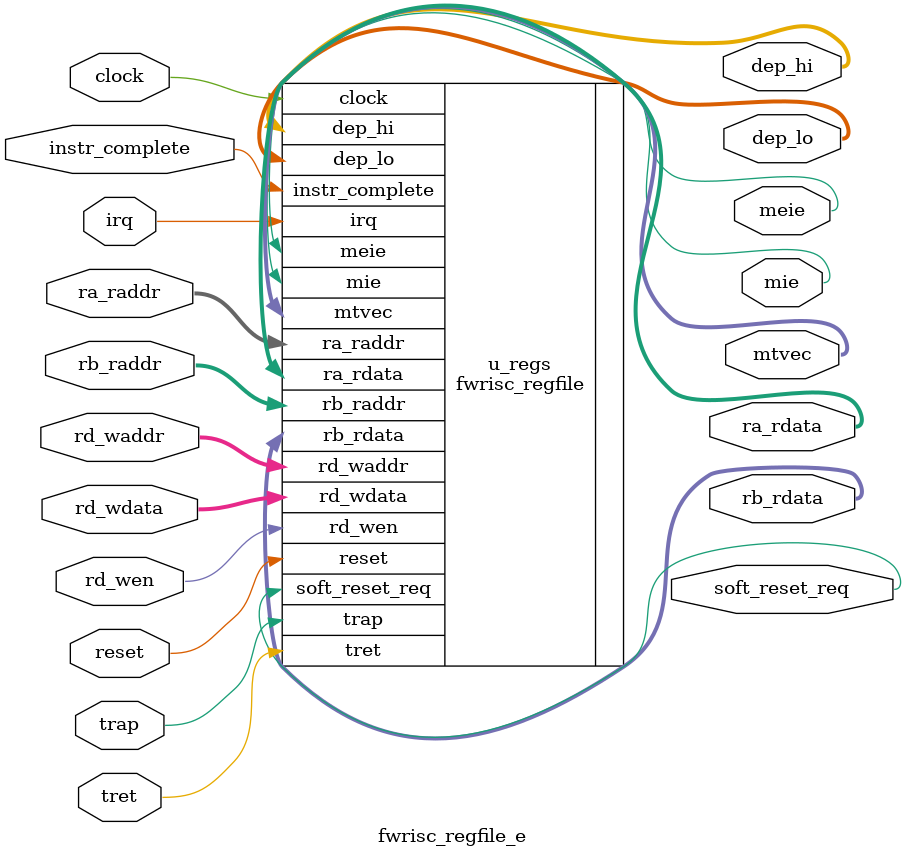
<source format=sv>

module fwrisc_regfile_e(
                input                           clock,
                input                           reset,
                output                          soft_reset_req,
                input                           instr_complete,
                input                           trap,
                input                           tret,
                input                           irq,

                input[5:0]                      ra_raddr,
                output reg[31:0]                ra_rdata,
                input[5:0]                      rb_raddr,
                output reg[31:0]                rb_rdata,
                input[5:0]                      rd_waddr,
                input[31:0]                     rd_wdata,
                input                           rd_wen,

                output[31:0]                    dep_lo,
                output[31:0]                    dep_hi,
                output[31:0]                    mtvec,
                output reg                      meie,
                output reg                      mie
                );

	fwrisc_regfile #(
                .ENABLE_COUNTERS(0),
                // Enable Data Execution Protection
                .ENABLE_DEP(0),
                .RV32E(1)
                ) u_regs (
                .clock(                           clock),
                .reset(                           reset),
                .soft_reset_req(                  soft_reset_req),
                .instr_complete(                  instr_complete),
                .trap(                            trap),
                .tret(                            tret),
                .irq(                             irq),

                .ra_raddr(                        ra_raddr),
                .ra_rdata(                        ra_rdata),
                .rb_raddr(                        rb_raddr),
                .rb_rdata(                        rb_rdata),
                .rd_waddr(                        rd_waddr),
                .rd_wdata(                        rd_wdata),
                .rd_wen(                          rd_wen),

                .dep_lo(                          dep_lo),
                .dep_hi(                          dep_hi),
                .mtvec(                           mtvec),
                .meie(                            meie),
                .mie(                             mie)
                );

endmodule

</source>
